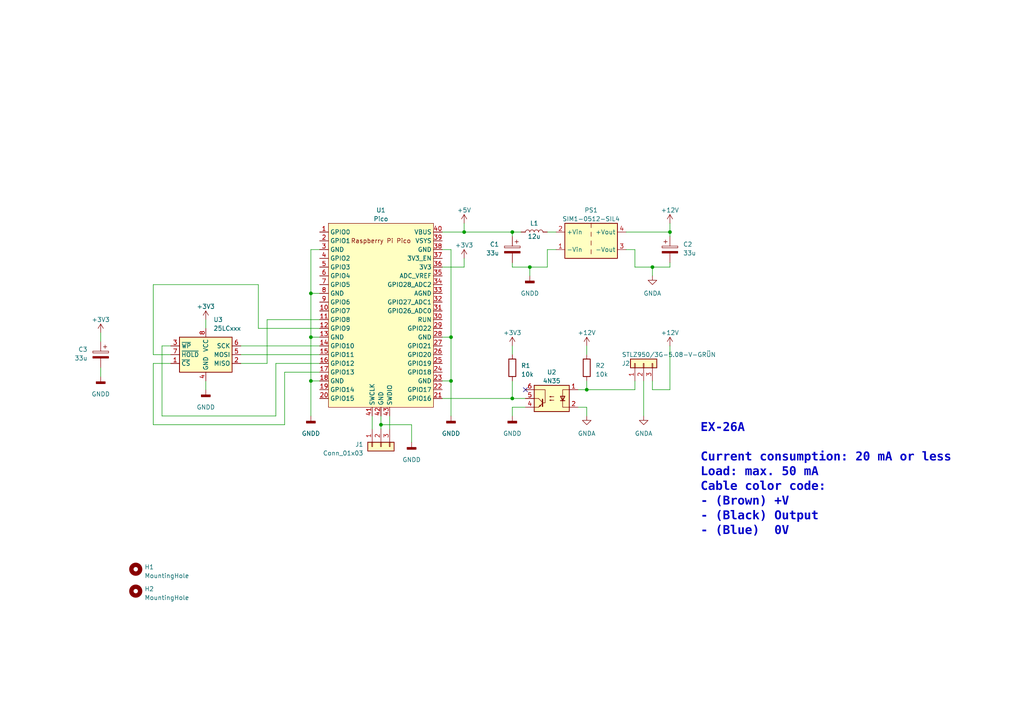
<source format=kicad_sch>
(kicad_sch (version 20230121) (generator eeschema)
  (paper "A4")
  (lib_symbols
    (symbol "Connector_Generic:Conn_01x03" (pin_names (offset 1.016) hide)
      (property "Reference" "J" (at 0 5.08 0))
      (property "Value" "Conn_01x03" (at 0 -5.08 0))
      (symbol "Conn_01x03_1_1"
        (rectangle (start -1.27 -2.413) (end 0 -2.667) (stroke (width 0.1524)))
        (rectangle (start -1.27 0.127) (end 0 -0.127) (stroke (width 0.1524)))
        (rectangle (start -1.27 2.667) (end 0 2.413) (stroke (width 0.1524)))
        (rectangle (start -1.27 3.81) (end 1.27 -3.81) (stroke (width 0.254)) (fill (type background)))
        (pin passive line (at -5.08 2.54 0) (length 3.81) (name "Pin_1") (number "1"))
        (pin passive line (at -5.08 0 0) (length 3.81) (name "Pin_2") (number "2"))
        (pin passive line (at -5.08 -2.54 0) (length 3.81) (name "Pin_3") (number "3"))
      )
    )
    (symbol "Converter_DCDC:MEE1S0512SC"
      (property "Reference" "PS" (at -7.62 6.35 0))
      (property "Value" "MEE1S0512SC" (at 1.27 6.35 0))
      (symbol "MEE1S0512SC_0_0"
        (pin power_in line (at -10.16 -2.54 0) (length 2.54) (name "-Vin") (number "1"))
        (pin power_in line (at -10.16 2.54 0) (length 2.54) (name "+Vin") (number "2"))
        (pin power_out line (at 10.16 -2.54 180) (length 2.54) (name "-Vout") (number "3"))
        (pin power_out line (at 10.16 2.54 180) (length 2.54) (name "+Vout") (number "4"))
      )
      (symbol "MEE1S0512SC_0_1"
        (rectangle (start -7.62 5.08) (end 7.62 -5.08) (stroke (width 0.254)) (fill (type background)))
        (polyline (pts (xy 0 -2.54) (xy 0 -3.81)))
        (polyline (pts (xy 0 0) (xy 0 -1.27)))
        (polyline (pts (xy 0 2.54) (xy 0 1.27)))
        (polyline (pts (xy 0 5.08) (xy 0 3.81)))
      )
    )
    (symbol "Device:C_Polarized" (pin_numbers hide) (pin_names (offset 0.254))
      (property "Reference" "C" (at 0.635 2.54 0))
      (property "Value" "C_Polarized" (at 0.635 -2.54 0))
      (symbol "C_Polarized_0_1"
        (rectangle (start -2.286 0.508) (end 2.286 1.016))
        (polyline (pts (xy -1.778 2.286) (xy -0.762 2.286)))
        (polyline (pts (xy -1.27 2.794) (xy -1.27 1.778)))
        (rectangle (start 2.286 -0.508) (end -2.286 -1.016) (fill (type outline)))
      )
      (symbol "C_Polarized_1_1"
        (pin passive line (at 0 3.81 270) (length 2.794) (name "~") (number "1"))
        (pin passive line (at 0 -3.81 90) (length 2.794) (name "~") (number "2"))
      )
    )
    (symbol "Device:L" (pin_numbers hide) (pin_names (offset 1.016) hide)
      (property "Reference" "L" (at -1.27 0 90))
      (property "Value" "L" (at 1.905 0 90))
      (symbol "L_0_1"
        (arc (start 0 -2.54) (mid 0.6323 -1.905) (end 0 -1.27))
        (arc (start 0 -1.27) (mid 0.6323 -0.635) (end 0 0))
        (arc (start 0 0) (mid 0.6323 0.635) (end 0 1.27))
        (arc (start 0 1.27) (mid 0.6323 1.905) (end 0 2.54))
      )
      (symbol "L_1_1"
        (pin passive line (at 0 3.81 270) (length 1.27) (name "1") (number "1"))
        (pin passive line (at 0 -3.81 90) (length 1.27) (name "2") (number "2"))
      )
    )
    (symbol "Device:R" (pin_numbers hide) (pin_names (offset 0))
      (property "Reference" "R" (at 2.032 0 90))
      (property "Value" "R" (at 0 0 90))
      (symbol "R_0_1"
        (rectangle (start -1.016 -2.54) (end 1.016 2.54) (stroke (width 0.254)))
      )
      (symbol "R_1_1"
        (pin passive line (at 0 3.81 270) (length 1.27) (name "~") (number "1"))
        (pin passive line (at 0 -3.81 90) (length 1.27) (name "~") (number "2"))
      )
    )
    (symbol "Isolator:4N35" (pin_names (offset 1.016))
      (property "Reference" "U" (at -5.08 5.08 0))
      (property "Value" "4N35" (at 0 5.08 0))
      (symbol "4N35_0_1"
        (rectangle (start -5.08 3.81) (end 5.08 -3.81) (stroke (width 0.254)) (fill (type background)))
        (polyline (pts (xy -3.81 -0.635) (xy -2.54 -0.635)) (stroke (width 0.254)))
        (polyline (pts (xy 2.667 -1.397) (xy 3.81 -2.54)))
        (polyline (pts (xy 2.667 -1.143) (xy 3.81 0)))
        (polyline (pts (xy 3.81 -2.54) (xy 5.08 -2.54)))
        (polyline (pts (xy 3.81 0) (xy 5.08 0)))
        (polyline (pts (xy 2.667 -0.254) (xy 2.667 -2.286) (xy 2.667 -2.286)) (stroke (width 0.3556)))
        (polyline (pts (xy -5.08 -2.54) (xy -3.175 -2.54) (xy -3.175 2.54) (xy -5.08 2.54)))
        (polyline (pts (xy -3.175 -0.635) (xy -3.81 0.635) (xy -2.54 0.635) (xy -3.175 -0.635)) (stroke (width 0.254)))
        (polyline (pts (xy 3.683 -2.413) (xy 3.429 -1.905) (xy 3.175 -2.159) (xy 3.683 -2.413)))
        (polyline (pts (xy 5.08 2.54) (xy 1.905 2.54) (xy 1.905 -1.27) (xy 2.54 -1.27)))
        (polyline (pts (xy -0.635 -0.508) (xy 0.635 -0.508) (xy 0.254 -0.635) (xy 0.254 -0.381) (xy 0.635 -0.508)))
        (polyline (pts (xy -0.635 0.508) (xy 0.635 0.508) (xy 0.254 0.381) (xy 0.254 0.635) (xy 0.635 0.508)))
      )
      (symbol "4N35_1_1"
        (pin passive line (at -7.62 2.54 0) (length 2.54) (name "~") (number "1"))
        (pin passive line (at -7.62 -2.54 0) (length 2.54) (name "~") (number "2"))
        (pin no_connect line (at -5.08 0 0) (length 2.54) hide (name "NC") (number "3"))
        (pin passive line (at 7.62 -2.54 180) (length 2.54) (name "~") (number "4"))
        (pin passive line (at 7.62 0 180) (length 2.54) (name "~") (number "5"))
        (pin passive line (at 7.62 2.54 180) (length 2.54) (name "~") (number "6"))
      )
    )
    (symbol "MCU_RaspberryPi_and_Boards:Pico"
      (property "Reference" "U" (at -13.97 27.94 0))
      (property "Value" "Pico" (at 0 19.05 0))
      (symbol "Pico_0_0"
        (text "Raspberry Pi Pico" (at 0 21.59 0) (effects (font (size 1.27 1.27))))
      )
      (symbol "Pico_0_1"
        (rectangle (start -15.24 26.67) (end 15.24 -26.67) (fill (type background)))
      )
      (symbol "Pico_1_1"
        (pin bidirectional line (at -17.78 24.13 0) (length 2.54) (name "GPIO0") (number "1"))
        (pin bidirectional line (at -17.78 1.27 0) (length 2.54) (name "GPIO7") (number "10"))
        (pin bidirectional line (at -17.78 -1.27 0) (length 2.54) (name "GPIO8") (number "11"))
        (pin bidirectional line (at -17.78 -3.81 0) (length 2.54) (name "GPIO9") (number "12"))
        (pin power_in line (at -17.78 -6.35 0) (length 2.54) (name "GND") (number "13"))
        (pin bidirectional line (at -17.78 -8.89 0) (length 2.54) (name "GPIO10") (number "14"))
        (pin bidirectional line (at -17.78 -11.43 0) (length 2.54) (name "GPIO11") (number "15"))
        (pin bidirectional line (at -17.78 -13.97 0) (length 2.54) (name "GPIO12") (number "16"))
        (pin bidirectional line (at -17.78 -16.51 0) (length 2.54) (name "GPIO13") (number "17"))
        (pin power_in line (at -17.78 -19.05 0) (length 2.54) (name "GND") (number "18"))
        (pin bidirectional line (at -17.78 -21.59 0) (length 2.54) (name "GPIO14") (number "19"))
        (pin bidirectional line (at -17.78 21.59 0) (length 2.54) (name "GPIO1") (number "2"))
        (pin bidirectional line (at -17.78 -24.13 0) (length 2.54) (name "GPIO15") (number "20"))
        (pin bidirectional line (at 17.78 -24.13 180) (length 2.54) (name "GPIO16") (number "21"))
        (pin bidirectional line (at 17.78 -21.59 180) (length 2.54) (name "GPIO17") (number "22"))
        (pin power_in line (at 17.78 -19.05 180) (length 2.54) (name "GND") (number "23"))
        (pin bidirectional line (at 17.78 -16.51 180) (length 2.54) (name "GPIO18") (number "24"))
        (pin bidirectional line (at 17.78 -13.97 180) (length 2.54) (name "GPIO19") (number "25"))
        (pin bidirectional line (at 17.78 -11.43 180) (length 2.54) (name "GPIO20") (number "26"))
        (pin bidirectional line (at 17.78 -8.89 180) (length 2.54) (name "GPIO21") (number "27"))
        (pin power_in line (at 17.78 -6.35 180) (length 2.54) (name "GND") (number "28"))
        (pin bidirectional line (at 17.78 -3.81 180) (length 2.54) (name "GPIO22") (number "29"))
        (pin power_in line (at -17.78 19.05 0) (length 2.54) (name "GND") (number "3"))
        (pin input line (at 17.78 -1.27 180) (length 2.54) (name "RUN") (number "30"))
        (pin bidirectional line (at 17.78 1.27 180) (length 2.54) (name "GPIO26_ADC0") (number "31"))
        (pin bidirectional line (at 17.78 3.81 180) (length 2.54) (name "GPIO27_ADC1") (number "32"))
        (pin power_in line (at 17.78 6.35 180) (length 2.54) (name "AGND") (number "33"))
        (pin bidirectional line (at 17.78 8.89 180) (length 2.54) (name "GPIO28_ADC2") (number "34"))
        (pin power_in line (at 17.78 11.43 180) (length 2.54) (name "ADC_VREF") (number "35"))
        (pin power_in line (at 17.78 13.97 180) (length 2.54) (name "3V3") (number "36"))
        (pin input line (at 17.78 16.51 180) (length 2.54) (name "3V3_EN") (number "37"))
        (pin bidirectional line (at 17.78 19.05 180) (length 2.54) (name "GND") (number "38"))
        (pin power_in line (at 17.78 21.59 180) (length 2.54) (name "VSYS") (number "39"))
        (pin bidirectional line (at -17.78 16.51 0) (length 2.54) (name "GPIO2") (number "4"))
        (pin power_in line (at 17.78 24.13 180) (length 2.54) (name "VBUS") (number "40"))
        (pin input line (at -2.54 -29.21 90) (length 2.54) (name "SWCLK") (number "41"))
        (pin power_in line (at 0 -29.21 90) (length 2.54) (name "GND") (number "42"))
        (pin bidirectional line (at 2.54 -29.21 90) (length 2.54) (name "SWDIO") (number "43"))
        (pin bidirectional line (at -17.78 13.97 0) (length 2.54) (name "GPIO3") (number "5"))
        (pin bidirectional line (at -17.78 11.43 0) (length 2.54) (name "GPIO4") (number "6"))
        (pin bidirectional line (at -17.78 8.89 0) (length 2.54) (name "GPIO5") (number "7"))
        (pin power_in line (at -17.78 6.35 0) (length 2.54) (name "GND") (number "8"))
        (pin bidirectional line (at -17.78 3.81 0) (length 2.54) (name "GPIO6") (number "9"))
      )
    )
    (symbol "Mechanical:MountingHole" (pin_names (offset 1.016))
      (property "Reference" "H" (at 0 5.08 0))
      (property "Value" "MountingHole" (at 0 3.175 0))
      (symbol "MountingHole_0_1"
        (circle (center 0 0) (radius 1.27) (stroke (width 1.27)))
      )
    )
    (symbol "Memory_EEPROM:25LCxxx"
      (property "Reference" "U" (at -7.62 6.35 0))
      (property "Value" "25LCxxx" (at 2.54 -6.35 0))
      (symbol "25LCxxx_1_1"
        (rectangle (start -7.62 5.08) (end 7.62 -5.08) (stroke (width 0.254)) (fill (type background)))
        (pin input line (at -10.16 -2.54 0) (length 2.54) (name "~{CS}") (number "1"))
        (pin tri_state line (at 10.16 -2.54 180) (length 2.54) (name "MISO") (number "2"))
        (pin input line (at -10.16 2.54 0) (length 2.54) (name "~{WP}") (number "3"))
        (pin power_in line (at 0 -7.62 90) (length 2.54) (name "GND") (number "4"))
        (pin input line (at 10.16 0 180) (length 2.54) (name "MOSI") (number "5"))
        (pin input line (at 10.16 2.54 180) (length 2.54) (name "SCK") (number "6"))
        (pin input line (at -10.16 0 0) (length 2.54) (name "~{HOLD}") (number "7"))
        (pin power_in line (at 0 7.62 270) (length 2.54) (name "VCC") (number "8"))
      )
    )
    (symbol "power:+12V" (power) (pin_names (offset 0))
      (property "Value" "+12V" (at 0 3.556 0))
      (symbol "+12V_0_1"
        (polyline (pts (xy -0.762 1.27) (xy 0 2.54)))
        (polyline (pts (xy 0 0) (xy 0 2.54)))
        (polyline (pts (xy 0 2.54) (xy 0.762 1.27)))
      )
      (symbol "+12V_1_1"
        (pin power_in line (at 0 0 90) (length 0) hide (name "+12V") (number "1"))
      )
    )
    (symbol "power:+3V3" (power) (pin_names (offset 0))
      (property "Value" "+3V3" (at 0 3.556 0))
      (symbol "+3V3_0_1"
        (polyline (pts (xy -0.762 1.27) (xy 0 2.54)))
        (polyline (pts (xy 0 0) (xy 0 2.54)))
        (polyline (pts (xy 0 2.54) (xy 0.762 1.27)))
      )
      (symbol "+3V3_1_1"
        (pin power_in line (at 0 0 90) (length 0) hide (name "+3V3") (number "1"))
      )
    )
    (symbol "power:+5V" (power) (pin_names (offset 0))
      (property "Value" "+5V" (at 0 3.556 0))
      (symbol "+5V_0_1"
        (polyline (pts (xy -0.762 1.27) (xy 0 2.54)))
        (polyline (pts (xy 0 0) (xy 0 2.54)))
        (polyline (pts (xy 0 2.54) (xy 0.762 1.27)))
      )
      (symbol "+5V_1_1"
        (pin power_in line (at 0 0 90) (length 0) hide (name "+5V") (number "1"))
      )
    )
    (symbol "power:GNDA" (power) (pin_names (offset 0))
      (property "Value" "GNDA" (at 0 -3.81 0))
      (symbol "GNDA_0_1"
        (polyline (pts (xy 0 0) (xy 0 -1.27) (xy 1.27 -1.27) (xy 0 -2.54) (xy -1.27 -1.27) (xy 0 -1.27)))
      )
      (symbol "GNDA_1_1"
        (pin power_in line (at 0 0 270) (length 0) hide (name "GNDA") (number "1"))
      )
    )
    (symbol "power:GNDD" (power) (pin_names (offset 0))
      (property "Value" "GNDD" (at 0 -3.175 0))
      (symbol "GNDD_0_1"
        (rectangle (start -1.27 -1.524) (end 1.27 -2.032) (stroke (width 0.254)) (fill (type outline)))
        (polyline (pts (xy 0 0) (xy 0 -1.524)))
      )
      (symbol "GNDD_1_1"
        (pin power_in line (at 0 0 270) (length 0) hide (name "GNDD") (number "1"))
      )
    )
  )
  (junction (at 90.17 85.09))
  (junction (at 170.18 113.03))
  (junction (at 153.67 77.47))
  (junction (at 189.23 77.47))
  (junction (at 148.59 115.57))
  (junction (at 130.81 97.79))
  (junction (at 194.31 67.31))
  (junction (at 148.59 67.31))
  (junction (at 134.62 67.31))
  (junction (at 90.17 97.79))
  (junction (at 130.81 110.49))
  (junction (at 90.17 110.49))
  (junction (at 110.49 123.19))
  (no_connect (at 152.4 113.03))
  (wire (pts (xy 74.93 82.55) (xy 74.93 95.25)))
  (wire (pts (xy 128.27 72.39) (xy 130.81 72.39)))
  (wire (pts (xy 184.15 77.47) (xy 189.23 77.47)))
  (wire (pts (xy 148.59 76.2) (xy 148.59 77.47)))
  (wire (pts (xy 189.23 77.47) (xy 189.23 80.01)))
  (wire (pts (xy 77.47 92.71) (xy 92.71 92.71)))
  (wire (pts (xy 186.69 110.49) (xy 186.69 120.65)))
  (wire (pts (xy 134.62 64.77) (xy 134.62 67.31)))
  (wire (pts (xy 158.75 72.39) (xy 158.75 77.47)))
  (wire (pts (xy 29.21 109.22) (xy 29.21 106.68)))
  (wire (pts (xy 170.18 100.33) (xy 170.18 102.87)))
  (wire (pts (xy 49.53 100.33) (xy 46.99 100.33)))
  (wire (pts (xy 80.01 120.65) (xy 80.01 105.41)))
  (wire (pts (xy 119.38 128.27) (xy 119.38 123.19)))
  (wire (pts (xy 194.31 64.77) (xy 194.31 67.31)))
  (wire (pts (xy 49.53 105.41) (xy 44.45 105.41)))
  (wire (pts (xy 130.81 110.49) (xy 130.81 120.65)))
  (wire (pts (xy 130.81 97.79) (xy 130.81 110.49)))
  (wire (pts (xy 69.85 100.33) (xy 92.71 100.33)))
  (wire (pts (xy 194.31 113.03) (xy 194.31 100.33)))
  (wire (pts (xy 189.23 110.49) (xy 189.23 113.03)))
  (wire (pts (xy 44.45 123.19) (xy 82.55 123.19)))
  (wire (pts (xy 44.45 102.87) (xy 49.53 102.87)))
  (wire (pts (xy 69.85 102.87) (xy 92.71 102.87)))
  (wire (pts (xy 148.59 118.11) (xy 148.59 120.65)))
  (wire (pts (xy 90.17 110.49) (xy 90.17 120.65)))
  (wire (pts (xy 152.4 118.11) (xy 148.59 118.11)))
  (wire (pts (xy 46.99 100.33) (xy 46.99 120.65)))
  (wire (pts (xy 189.23 113.03) (xy 194.31 113.03)))
  (wire (pts (xy 184.15 72.39) (xy 184.15 77.47)))
  (wire (pts (xy 152.4 115.57) (xy 148.59 115.57)))
  (wire (pts (xy 189.23 77.47) (xy 194.31 77.47)))
  (wire (pts (xy 194.31 67.31) (xy 194.31 68.58)))
  (wire (pts (xy 69.85 105.41) (xy 77.47 105.41)))
  (wire (pts (xy 130.81 72.39) (xy 130.81 97.79)))
  (wire (pts (xy 92.71 72.39) (xy 90.17 72.39)))
  (wire (pts (xy 153.67 77.47) (xy 158.75 77.47)))
  (wire (pts (xy 90.17 97.79) (xy 90.17 110.49)))
  (wire (pts (xy 181.61 67.31) (xy 194.31 67.31)))
  (wire (pts (xy 90.17 110.49) (xy 92.71 110.49)))
  (wire (pts (xy 158.75 67.31) (xy 161.29 67.31)))
  (wire (pts (xy 148.59 77.47) (xy 153.67 77.47)))
  (wire (pts (xy 113.03 120.65) (xy 113.03 124.46)))
  (wire (pts (xy 90.17 85.09) (xy 92.71 85.09)))
  (wire (pts (xy 128.27 115.57) (xy 148.59 115.57)))
  (wire (pts (xy 128.27 77.47) (xy 134.62 77.47)))
  (wire (pts (xy 128.27 97.79) (xy 130.81 97.79)))
  (wire (pts (xy 128.27 110.49) (xy 130.81 110.49)))
  (wire (pts (xy 59.69 113.03) (xy 59.69 110.49)))
  (wire (pts (xy 153.67 77.47) (xy 153.67 80.01)))
  (wire (pts (xy 119.38 123.19) (xy 110.49 123.19)))
  (wire (pts (xy 167.64 113.03) (xy 170.18 113.03)))
  (wire (pts (xy 158.75 72.39) (xy 161.29 72.39)))
  (wire (pts (xy 170.18 113.03) (xy 170.18 110.49)))
  (wire (pts (xy 59.69 92.71) (xy 59.69 95.25)))
  (wire (pts (xy 107.95 120.65) (xy 107.95 124.46)))
  (wire (pts (xy 148.59 115.57) (xy 148.59 110.49)))
  (wire (pts (xy 80.01 105.41) (xy 92.71 105.41)))
  (wire (pts (xy 148.59 100.33) (xy 148.59 102.87)))
  (wire (pts (xy 110.49 123.19) (xy 110.49 124.46)))
  (wire (pts (xy 170.18 118.11) (xy 170.18 120.65)))
  (wire (pts (xy 29.21 96.52) (xy 29.21 99.06)))
  (wire (pts (xy 184.15 110.49) (xy 184.15 113.03)))
  (wire (pts (xy 90.17 85.09) (xy 90.17 97.79)))
  (wire (pts (xy 77.47 105.41) (xy 77.47 92.71)))
  (wire (pts (xy 44.45 82.55) (xy 74.93 82.55)))
  (wire (pts (xy 82.55 123.19) (xy 82.55 107.95)))
  (wire (pts (xy 194.31 76.2) (xy 194.31 77.47)))
  (wire (pts (xy 148.59 67.31) (xy 148.59 68.58)))
  (wire (pts (xy 184.15 113.03) (xy 170.18 113.03)))
  (wire (pts (xy 134.62 67.31) (xy 148.59 67.31)))
  (wire (pts (xy 44.45 105.41) (xy 44.45 123.19)))
  (wire (pts (xy 181.61 72.39) (xy 184.15 72.39)))
  (wire (pts (xy 90.17 72.39) (xy 90.17 85.09)))
  (wire (pts (xy 167.64 118.11) (xy 170.18 118.11)))
  (wire (pts (xy 134.62 77.47) (xy 134.62 74.93)))
  (wire (pts (xy 44.45 102.87) (xy 44.45 82.55)))
  (wire (pts (xy 74.93 95.25) (xy 92.71 95.25)))
  (wire (pts (xy 128.27 67.31) (xy 134.62 67.31)))
  (wire (pts (xy 148.59 67.31) (xy 151.13 67.31)))
  (wire (pts (xy 82.55 107.95) (xy 92.71 107.95)))
  (wire (pts (xy 90.17 97.79) (xy 92.71 97.79)))
  (wire (pts (xy 46.99 120.65) (xy 80.01 120.65)))
  (wire (pts (xy 110.49 120.65) (xy 110.49 123.19)))
  (text "EX-26A\n\nCurrent consumption: 20 mA or less\nLoad: max. 50 mA\nCable color code:\n- (Brown) +V\n- (Black) Output\n- (Blue)  0V\n" (at 203.2 156.21 0) (effects (font (size 2.54 2.54) (thickness 0.254) bold) (justify left bottom)))
  (symbol (lib_id "power:+3V3") (at 148.59 100.33 0) (unit 1)
    (property "Reference" "#PWR012" (effects hide))
    (property "Value" "+3V3" (at 148.59 96.52 0))
  )
  (symbol (lib_id "power:GNDD") (at 59.69 113.03 0) (unit 1)
    (property "Reference" "#PWR03" (effects hide))
    (property "Value" "GNDD" (at 59.69 118.11 0))
  )
  (symbol (lib_id "Device:C_Polarized") (at 148.59 72.39 0) (mirror y) (unit 1)
    (property "Reference" "C1" (at 144.78 70.866 0) (effects (justify left)))
    (property "Value" "33u" (at 144.78 73.406 0) (effects (justify left)))
    (property "Footprint" "Capacitor_THT:CP_Radial_D5.0mm_P2.00mm" (effects hide))
  )
  (symbol (lib_id "power:GNDA") (at 189.23 80.01 0) (unit 1)
    (property "Reference" "#PWR02" (effects hide))
    (property "Value" "GNDA" (at 189.23 85.09 0))
  )
  (symbol (lib_id "power:+12V") (at 170.18 100.33 0) (unit 1)
    (property "Reference" "#PWR013" (effects hide))
    (property "Value" "+12V" (at 170.18 96.52 0))
  )
  (symbol (lib_id "power:GNDD") (at 148.59 120.65 0) (unit 1)
    (property "Reference" "#PWR07" (effects hide))
    (property "Value" "GNDD" (at 148.59 125.73 0))
  )
  (symbol (lib_id "power:+5V") (at 134.62 64.77 0) (unit 1)
    (property "Reference" "#PWR011" (effects hide))
    (property "Value" "+5V" (at 134.62 60.96 0))
  )
  (symbol (lib_id "power:+3V3") (at 59.69 92.71 0) (unit 1)
    (property "Reference" "#PWR01" (effects hide))
    (property "Value" "+3V3" (at 59.69 88.9 0))
  )
  (symbol (lib_id "MCU_RaspberryPi_and_Boards:Pico") (at 110.49 91.44 0) (unit 1)
    (property "Reference" "U1" (at 110.49 60.96 0))
    (property "Value" "Pico" (at 110.49 63.5 0))
    (property "Footprint" "MCU_RaspberryPi_and_Boards:RPi_Pico_SMD_TH" (effects hide))
  )
  (symbol (lib_id "power:GNDA") (at 186.69 120.65 0) (unit 1)
    (property "Reference" "#PWR015" (effects hide))
    (property "Value" "GNDA" (at 186.69 125.73 0))
  )
  (symbol (lib_id "power:GNDD") (at 153.67 80.01 0) (unit 1)
    (property "Reference" "#PWR06" (effects hide))
    (property "Value" "GNDD" (at 153.67 85.09 0))
  )
  (symbol (lib_id "power:GNDD") (at 130.81 120.65 0) (unit 1)
    (property "Reference" "#PWR04" (effects hide))
    (property "Value" "GNDD" (at 130.81 125.73 0))
  )
  (symbol (lib_id "power:+12V") (at 194.31 64.77 0) (unit 1)
    (property "Reference" "#PWR010" (effects hide))
    (property "Value" "+12V" (at 194.31 60.96 0))
  )
  (symbol (lib_id "Converter_DCDC:MEE1S0512SC") (at 171.45 69.85 0) (unit 1)
    (property "Reference" "PS1" (at 171.45 60.96 0))
    (property "Value" "SIM1-0512-SIL4" (at 171.45 63.5 0))
    (property "Footprint" "Converter_DCDC:Converter_DCDC_Murata_MEE1SxxxxSC_THT" (effects hide))
    (property "Datasheet" "https://power.murata.com/pub/data/power/ncl/kdc_mee1.pdf" (effects hide))
  )
  (symbol (lib_id "Connector_Generic:Conn_01x03") (at 110.49 129.54 90) (mirror x) (unit 1)
    (property "Reference" "J1" (at 105.41 128.905 90) (effects (justify left)))
    (property "Value" "Conn_01x03" (at 105.41 131.445 90) (effects (justify left)))
    (property "Footprint" "Connector_PinHeader_2.54mm:PinHeader_1x03_P2.54mm_Vertical" (effects hide))
  )
  (symbol (lib_id "Connector_Generic:Conn_01x03") (at 186.69 105.41 90) (unit 1)
    (property "Reference" "J2" (at 180.34 105.41 90) (effects (justify right)))
    (property "Value" "STLZ950/3G-5.08-V-GRÜN" (at 180.34 102.87 90) (effects (justify right)))
    (property "Footprint" "Connector_Phoenix_MSTB:PhoenixContact_MSTBVA_2,5_3-G-5,08_1x03_P5.08mm_Vertical" (effects hide))
    (property "MPN" "50950035121F" (effects hide))
  )
  (symbol (lib_id "power:+3V3") (at 29.21 96.52 0) (unit 1)
    (property "Reference" "#PWR018" (effects hide))
    (property "Value" "+3V3" (at 29.21 92.71 0))
  )
  (symbol (lib_id "Device:R") (at 148.59 106.68 0) (unit 1)
    (property "Reference" "R1" (at 151.13 106.045 0) (effects (justify left)))
    (property "Value" "10k" (at 151.13 108.585 0) (effects (justify left)))
    (property "Footprint" "Resistor_THT:R_Axial_DIN0207_L6.3mm_D2.5mm_P10.16mm_Horizontal" (effects hide))
  )
  (symbol (lib_id "power:+12V") (at 194.31 100.33 0) (unit 1)
    (property "Reference" "#PWR016" (effects hide))
    (property "Value" "+12V" (at 194.31 96.52 0))
  )
  (symbol (lib_id "Memory_EEPROM:25LCxxx") (at 59.69 102.87 0) (unit 1)
    (property "Reference" "U3" (at 61.8841 92.71 0) (effects (justify left)))
    (property "Value" "25LCxxx" (at 61.8841 95.25 0) (effects (justify left)))
    (property "Footprint" "Package_DIP:DIP-8_W7.62mm" (effects hide))
    (property "Datasheet" "http://ww1.microchip.com/downloads/en/DeviceDoc/21832H.pdf" (effects hide))
  )
  (symbol (lib_id "Device:C_Polarized") (at 29.21 102.87 0) (mirror y) (unit 1)
    (property "Reference" "C3" (at 25.4 101.346 0) (effects (justify left)))
    (property "Value" "33u" (at 25.4 103.886 0) (effects (justify left)))
    (property "Footprint" "Capacitor_THT:CP_Radial_D5.0mm_P2.00mm" (effects hide))
  )
  (symbol (lib_id "Mechanical:MountingHole") (at 39.37 171.45 0) (unit 1) (in_bom no)
    (property "Reference" "H2" (at 41.91 170.815 0) (effects (justify left)))
    (property "Value" "MountingHole" (at 41.91 173.355 0) (effects (justify left)))
    (property "Footprint" "MountingHole:MountingHole_3.2mm_M3" (effects hide))
  )
  (symbol (lib_id "Mechanical:MountingHole") (at 39.37 165.1 0) (unit 1) (in_bom no)
    (property "Reference" "H1" (at 41.91 164.465 0) (effects (justify left)))
    (property "Value" "MountingHole" (at 41.91 167.005 0) (effects (justify left)))
    (property "Footprint" "MountingHole:MountingHole_3.2mm_M3" (effects hide))
  )
  (symbol (lib_id "power:GNDA") (at 170.18 120.65 0) (unit 1)
    (property "Reference" "#PWR08" (effects hide))
    (property "Value" "GNDA" (at 170.18 125.73 0))
  )
  (symbol (lib_id "Device:L") (at 154.94 67.31 90) (unit 1)
    (property "Reference" "L1" (at 154.94 64.77 90))
    (property "Value" "12u" (at 154.94 68.58 90))
    (property "Footprint" "Inductor_THT:L_Axial_L11.0mm_D4.5mm_P15.24mm_Horizontal_Fastron_MECC" (effects hide))
    (property "MPN" "LGA0410-12" (effects hide))
  )
  (symbol (lib_id "Isolator:4N35") (at 160.02 115.57 0) (mirror y) (unit 1)
    (property "Reference" "U2" (at 160.02 107.95 0))
    (property "Value" "4N35" (at 160.02 110.49 0))
    (property "Footprint" "Package_DIP:DIP-6_W7.62mm" (effects hide))
    (property "Datasheet" "https://www.vishay.com/docs/81181/4n35.pdf" (effects hide))
  )
  (symbol (lib_id "power:GNDD") (at 119.38 128.27 0) (unit 1)
    (property "Reference" "#PWR014" (effects hide))
    (property "Value" "GNDD" (at 119.38 133.35 0))
  )
  (symbol (lib_id "Device:C_Polarized") (at 194.31 72.39 0) (unit 1)
    (property "Reference" "C2" (at 198.12 70.866 0) (effects (justify left)))
    (property "Value" "33u" (at 198.12 73.406 0) (effects (justify left)))
    (property "Footprint" "Capacitor_THT:CP_Radial_D5.0mm_P2.00mm" (effects hide))
  )
  (symbol (lib_id "Device:R") (at 170.18 106.68 0) (unit 1)
    (property "Reference" "R2" (at 172.72 106.045 0) (effects (justify left)))
    (property "Value" "10k" (at 172.72 108.585 0) (effects (justify left)))
    (property "Footprint" "Resistor_THT:R_Axial_DIN0207_L6.3mm_D2.5mm_P10.16mm_Horizontal" (effects hide))
  )
  (symbol (lib_id "power:GNDD") (at 29.21 109.22 0) (unit 1)
    (property "Reference" "#PWR017" (effects hide))
    (property "Value" "GNDD" (at 29.21 114.3 0))
  )
  (symbol (lib_id "power:+3V3") (at 134.62 74.93 0) (unit 1)
    (property "Reference" "#PWR09" (effects hide))
    (property "Value" "+3V3" (at 134.62 71.12 0))
  )
  (symbol (lib_id "power:GNDD") (at 90.17 120.65 0) (unit 1)
    (property "Reference" "#PWR05" (effects hide))
    (property "Value" "GNDD" (at 90.17 125.73 0))
  )
)
</source>
